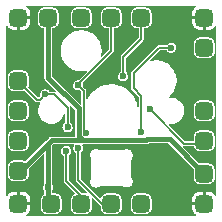
<source format=gbl>
G04 #@! TF.GenerationSoftware,KiCad,Pcbnew,(6.0.5)*
G04 #@! TF.CreationDate,2022-08-26T20:17:22-07:00*
G04 #@! TF.ProjectId,single_switch,73696e67-6c65-45f7-9377-697463682e6b,1*
G04 #@! TF.SameCoordinates,Original*
G04 #@! TF.FileFunction,Copper,L4,Bot*
G04 #@! TF.FilePolarity,Positive*
%FSLAX46Y46*%
G04 Gerber Fmt 4.6, Leading zero omitted, Abs format (unit mm)*
G04 Created by KiCad (PCBNEW (6.0.5)) date 2022-08-26 20:17:22*
%MOMM*%
%LPD*%
G01*
G04 APERTURE LIST*
G04 Aperture macros list*
%AMRoundRect*
0 Rectangle with rounded corners*
0 $1 Rounding radius*
0 $2 $3 $4 $5 $6 $7 $8 $9 X,Y pos of 4 corners*
0 Add a 4 corners polygon primitive as box body*
4,1,4,$2,$3,$4,$5,$6,$7,$8,$9,$2,$3,0*
0 Add four circle primitives for the rounded corners*
1,1,$1+$1,$2,$3*
1,1,$1+$1,$4,$5*
1,1,$1+$1,$6,$7*
1,1,$1+$1,$8,$9*
0 Add four rect primitives between the rounded corners*
20,1,$1+$1,$2,$3,$4,$5,0*
20,1,$1+$1,$4,$5,$6,$7,0*
20,1,$1+$1,$6,$7,$8,$9,0*
20,1,$1+$1,$8,$9,$2,$3,0*%
G04 Aperture macros list end*
G04 #@! TA.AperFunction,ComponentPad*
%ADD10RoundRect,0.375000X-0.375000X-0.375000X0.375000X-0.375000X0.375000X0.375000X-0.375000X0.375000X0*%
G04 #@! TD*
G04 #@! TA.AperFunction,ViaPad*
%ADD11C,0.600000*%
G04 #@! TD*
G04 #@! TA.AperFunction,Conductor*
%ADD12C,0.400000*%
G04 #@! TD*
G04 #@! TA.AperFunction,Conductor*
%ADD13C,0.152400*%
G04 #@! TD*
G04 APERTURE END LIST*
D10*
X106810000Y-123764000D03*
X119764000Y-121224000D03*
X104016000Y-120970000D03*
X114430000Y-108016000D03*
X119764000Y-123764000D03*
X119764000Y-108016000D03*
X104016000Y-123764000D03*
X109350000Y-108016000D03*
X104016000Y-113350000D03*
X106556000Y-108016000D03*
X104016000Y-108016000D03*
X119764000Y-118430000D03*
X119764000Y-115890000D03*
X104016000Y-115890000D03*
X109350000Y-123764000D03*
X111890000Y-108016000D03*
X114430000Y-123764000D03*
X119764000Y-110556000D03*
X111890000Y-123764000D03*
X104016000Y-118430000D03*
D11*
X117900000Y-123800000D03*
X116400000Y-123800000D03*
X106556000Y-122367000D03*
X108842000Y-112842000D03*
X117605000Y-109413000D03*
X103762000Y-110683000D03*
X105667000Y-118176000D03*
X117859000Y-122367000D03*
X113922000Y-111445000D03*
X105413000Y-115763000D03*
X116335000Y-108016000D03*
X107953000Y-109159000D03*
X119764000Y-117160000D03*
X114900000Y-119200000D03*
X103762000Y-111699000D03*
X105667000Y-113350000D03*
X116335000Y-109413000D03*
X113033000Y-109667000D03*
X111890000Y-112080000D03*
X105286000Y-122367000D03*
X103762000Y-109794000D03*
X118367000Y-118176000D03*
X105667000Y-121097000D03*
X116900000Y-119600000D03*
X117224000Y-111699000D03*
X117605000Y-108016000D03*
X116462000Y-122367000D03*
X115192000Y-115763000D03*
X108194043Y-117274043D03*
X108080000Y-119300000D03*
X112906000Y-112969000D03*
X106302000Y-114493000D03*
X116970000Y-110556000D03*
X114430000Y-117668000D03*
X109756537Y-117769463D03*
X109096000Y-113731000D03*
X109096000Y-119065000D03*
D12*
X106556000Y-113096000D02*
X109130026Y-115670026D01*
X109497027Y-118395974D02*
X109696974Y-118395974D01*
X106556000Y-122367000D02*
X106556000Y-118684000D01*
X114938000Y-118303000D02*
X116843000Y-118303000D01*
X106844026Y-118395974D02*
X109696974Y-118395974D01*
X106556000Y-123764000D02*
X106556000Y-122367000D01*
X116843000Y-118303000D02*
X119764000Y-121224000D01*
X106556000Y-118684000D02*
X106810000Y-118430000D01*
X114845026Y-118395974D02*
X114938000Y-118303000D01*
X106810000Y-118430000D02*
X106844026Y-118395974D01*
X104016000Y-121224000D02*
X106810000Y-118430000D01*
X109130026Y-115670026D02*
X109130026Y-118028973D01*
X109696974Y-118395974D02*
X114845026Y-118395974D01*
X106556000Y-108016000D02*
X106556000Y-113096000D01*
X109130026Y-118028973D02*
X109497027Y-118395974D01*
D13*
X109350000Y-123129000D02*
X109350000Y-123764000D01*
X112906000Y-111318000D02*
X114430000Y-109794000D01*
X105826724Y-114968276D02*
X105634276Y-114968276D01*
X108080000Y-121859000D02*
X109350000Y-123129000D01*
X106302000Y-114493000D02*
X107075730Y-114493000D01*
X108080000Y-119300000D02*
X108080000Y-121859000D01*
X118095997Y-118678711D02*
X119515289Y-118678711D01*
X106302000Y-114493000D02*
X105826724Y-114968276D01*
X108194043Y-115611313D02*
X108194043Y-117274043D01*
X119515289Y-118678711D02*
X119764000Y-118430000D01*
X115192000Y-115774714D02*
X118095997Y-118678711D01*
X112906000Y-112969000D02*
X112906000Y-111318000D01*
X105634276Y-114968276D02*
X104016000Y-113350000D01*
X107075730Y-114493000D02*
X108194043Y-115611313D01*
X114430000Y-109794000D02*
X114430000Y-108016000D01*
X115192000Y-115763000D02*
X115192000Y-115774714D01*
X113795000Y-113991597D02*
X113795000Y-112708381D01*
X114430000Y-117668000D02*
X114430000Y-114626597D01*
X113795000Y-112708381D02*
X115947381Y-110556000D01*
X115947381Y-110556000D02*
X116970000Y-110556000D01*
X114430000Y-114626597D02*
X113795000Y-113991597D01*
X109574186Y-114209186D02*
X109574186Y-117587112D01*
X109096000Y-121732000D02*
X111128000Y-123764000D01*
X109096000Y-113610591D02*
X111890000Y-110816591D01*
X111128000Y-123764000D02*
X111890000Y-123764000D01*
X109096000Y-113731000D02*
X109574186Y-114209186D01*
X111890000Y-110816591D02*
X111890000Y-108016000D01*
X109096000Y-121732000D02*
X109096000Y-119065000D01*
X109096000Y-113731000D02*
X109096000Y-113610591D01*
X109574186Y-117587112D02*
X109756537Y-117769463D01*
G04 #@! TA.AperFunction,Conductor*
G36*
X119051277Y-107019296D02*
G01*
X119069583Y-107063490D01*
X119051277Y-107107684D01*
X119038898Y-107117286D01*
X119003804Y-107138041D01*
X118997637Y-107142824D01*
X118890824Y-107249637D01*
X118886041Y-107255804D01*
X118809149Y-107385819D01*
X118806045Y-107392991D01*
X118763699Y-107538751D01*
X118762556Y-107545008D01*
X118760097Y-107576247D01*
X118760000Y-107578723D01*
X118760000Y-107876569D01*
X118763641Y-107885359D01*
X118772431Y-107889000D01*
X119828500Y-107889000D01*
X119872694Y-107907306D01*
X119891000Y-107951500D01*
X119891000Y-109007568D01*
X119894641Y-109016358D01*
X119903431Y-109019999D01*
X120201274Y-109019999D01*
X120203756Y-109019901D01*
X120234994Y-109017444D01*
X120241246Y-109016302D01*
X120387009Y-108973955D01*
X120394181Y-108970851D01*
X120524196Y-108893959D01*
X120530363Y-108889176D01*
X120637176Y-108782363D01*
X120641959Y-108776196D01*
X120662714Y-108741102D01*
X120700967Y-108712381D01*
X120748325Y-108719121D01*
X120777046Y-108757374D01*
X120779010Y-108772917D01*
X120779006Y-114320407D01*
X120779003Y-120609377D01*
X120779001Y-123007067D01*
X120760695Y-123051261D01*
X120716501Y-123069567D01*
X120672307Y-123051261D01*
X120662705Y-123038883D01*
X120641957Y-123003801D01*
X120637176Y-122997637D01*
X120530363Y-122890824D01*
X120524196Y-122886041D01*
X120394181Y-122809149D01*
X120387009Y-122806045D01*
X120241249Y-122763699D01*
X120234992Y-122762556D01*
X120203753Y-122760097D01*
X120201277Y-122760000D01*
X119903431Y-122760000D01*
X119894641Y-122763641D01*
X119891000Y-122772431D01*
X119891000Y-123828500D01*
X119872694Y-123872694D01*
X119828500Y-123891000D01*
X118772432Y-123891000D01*
X118763642Y-123894641D01*
X118760001Y-123903431D01*
X118760001Y-124201274D01*
X118760099Y-124203756D01*
X118762556Y-124234994D01*
X118763698Y-124241246D01*
X118806045Y-124387009D01*
X118809149Y-124394181D01*
X118886041Y-124524196D01*
X118890824Y-124530363D01*
X118997637Y-124637176D01*
X119003804Y-124641959D01*
X119038898Y-124662714D01*
X119067619Y-124700967D01*
X119060879Y-124748325D01*
X119022626Y-124777046D01*
X119007083Y-124779010D01*
X111888140Y-124779005D01*
X104772933Y-124779001D01*
X104728739Y-124760695D01*
X104710433Y-124716501D01*
X104728739Y-124672307D01*
X104741117Y-124662705D01*
X104776199Y-124641957D01*
X104782363Y-124637176D01*
X104889176Y-124530363D01*
X104893959Y-124524196D01*
X104970851Y-124394181D01*
X104973955Y-124387009D01*
X105016301Y-124241249D01*
X105017444Y-124234992D01*
X105019903Y-124203753D01*
X105020000Y-124201277D01*
X105020000Y-123903431D01*
X105016359Y-123894641D01*
X105007569Y-123891000D01*
X103951500Y-123891000D01*
X103907306Y-123872694D01*
X103889000Y-123828500D01*
X103889000Y-123624569D01*
X104143000Y-123624569D01*
X104146641Y-123633359D01*
X104155431Y-123637000D01*
X105007568Y-123637000D01*
X105016358Y-123633359D01*
X105019999Y-123624569D01*
X105019999Y-123326726D01*
X105019901Y-123324244D01*
X105017444Y-123293006D01*
X105016302Y-123286754D01*
X104973955Y-123140991D01*
X104970851Y-123133819D01*
X104893959Y-123003804D01*
X104889176Y-122997637D01*
X104782363Y-122890824D01*
X104776196Y-122886041D01*
X104646181Y-122809149D01*
X104639009Y-122806045D01*
X104493249Y-122763699D01*
X104486992Y-122762556D01*
X104455753Y-122760097D01*
X104453277Y-122760000D01*
X104155431Y-122760000D01*
X104146641Y-122763641D01*
X104143000Y-122772431D01*
X104143000Y-123624569D01*
X103889000Y-123624569D01*
X103889000Y-122772432D01*
X103885359Y-122763642D01*
X103876569Y-122760001D01*
X103578726Y-122760001D01*
X103576244Y-122760099D01*
X103545006Y-122762556D01*
X103538754Y-122763698D01*
X103392991Y-122806045D01*
X103385819Y-122809149D01*
X103255804Y-122886041D01*
X103249637Y-122890824D01*
X103142824Y-122997637D01*
X103138043Y-123003801D01*
X103117285Y-123038900D01*
X103079032Y-123067621D01*
X103031673Y-123060880D01*
X103002952Y-123022627D01*
X103000989Y-123007084D01*
X103000989Y-121392562D01*
X103138500Y-121392562D01*
X103145176Y-121454014D01*
X103146551Y-121457682D01*
X103192703Y-121580793D01*
X103195702Y-121588794D01*
X103282025Y-121703975D01*
X103397206Y-121790298D01*
X103401375Y-121791861D01*
X103401377Y-121791862D01*
X103526115Y-121838623D01*
X103531986Y-121840824D01*
X103593438Y-121847500D01*
X104438562Y-121847500D01*
X104500014Y-121840824D01*
X104505885Y-121838623D01*
X104630623Y-121791862D01*
X104630625Y-121791861D01*
X104634794Y-121790298D01*
X104749975Y-121703975D01*
X104836298Y-121588794D01*
X104839298Y-121580793D01*
X104885449Y-121457682D01*
X104886824Y-121454014D01*
X104893500Y-121392562D01*
X104893500Y-120835542D01*
X104911806Y-120791348D01*
X106121806Y-119581349D01*
X106166000Y-119563043D01*
X106210194Y-119581349D01*
X106228500Y-119625543D01*
X106228500Y-122068320D01*
X106212845Y-122109693D01*
X106197968Y-122126538D01*
X106197966Y-122126541D01*
X106195018Y-122129879D01*
X106193126Y-122133909D01*
X106144868Y-122236695D01*
X106144867Y-122236698D01*
X106142976Y-122240726D01*
X106124136Y-122361724D01*
X106124713Y-122366137D01*
X106124713Y-122366138D01*
X106127954Y-122390920D01*
X106140014Y-122483145D01*
X106189333Y-122595230D01*
X106203273Y-122611813D01*
X106213843Y-122624388D01*
X106228500Y-122664604D01*
X106228500Y-122886968D01*
X106210194Y-122931162D01*
X106196012Y-122941791D01*
X106195379Y-122942138D01*
X106191206Y-122943702D01*
X106076025Y-123030025D01*
X105989702Y-123145206D01*
X105939176Y-123279986D01*
X105932500Y-123341438D01*
X105932500Y-124186562D01*
X105939176Y-124248014D01*
X105989702Y-124382794D01*
X106076025Y-124497975D01*
X106191206Y-124584298D01*
X106195375Y-124585861D01*
X106195377Y-124585862D01*
X106283372Y-124618849D01*
X106325986Y-124634824D01*
X106387438Y-124641500D01*
X107232562Y-124641500D01*
X107294014Y-124634824D01*
X107336628Y-124618849D01*
X107424623Y-124585862D01*
X107424625Y-124585861D01*
X107428794Y-124584298D01*
X107543975Y-124497975D01*
X107630298Y-124382794D01*
X107680824Y-124248014D01*
X107687500Y-124186562D01*
X107687500Y-123341438D01*
X107680824Y-123279986D01*
X107630298Y-123145206D01*
X107543975Y-123030025D01*
X107428794Y-122943702D01*
X107424625Y-122942139D01*
X107424623Y-122942138D01*
X107297682Y-122894551D01*
X107294014Y-122893176D01*
X107232562Y-122886500D01*
X106946000Y-122886500D01*
X106901806Y-122868194D01*
X106883500Y-122824000D01*
X106883500Y-122666358D01*
X106899664Y-122624415D01*
X106899689Y-122624388D01*
X106914058Y-122608513D01*
X106967451Y-122498311D01*
X106970003Y-122483145D01*
X106985427Y-122391461D01*
X106987767Y-122377552D01*
X106987896Y-122367000D01*
X106970536Y-122245781D01*
X106931247Y-122159369D01*
X106921696Y-122138362D01*
X106921695Y-122138360D01*
X106919852Y-122134307D01*
X106898652Y-122109703D01*
X106883500Y-122068906D01*
X106883500Y-118845543D01*
X106901806Y-118801349D01*
X106961375Y-118741780D01*
X107005569Y-118723474D01*
X108688642Y-118723474D01*
X108732836Y-118741780D01*
X108751142Y-118785974D01*
X108738443Y-118819528D01*
X108740410Y-118820820D01*
X108737965Y-118824542D01*
X108735018Y-118827879D01*
X108733126Y-118831909D01*
X108684868Y-118934695D01*
X108684867Y-118934698D01*
X108682976Y-118938726D01*
X108664136Y-119059724D01*
X108664713Y-119064137D01*
X108664713Y-119064138D01*
X108669255Y-119098870D01*
X108680014Y-119181145D01*
X108681807Y-119185220D01*
X108709765Y-119248758D01*
X108729333Y-119293230D01*
X108808127Y-119386968D01*
X108858081Y-119420220D01*
X108864433Y-119424448D01*
X108891078Y-119464175D01*
X108892300Y-119476475D01*
X108892300Y-121686600D01*
X108890928Y-121694647D01*
X108891533Y-121694716D01*
X108890736Y-121701707D01*
X108888404Y-121708348D01*
X108889182Y-121715341D01*
X108889182Y-121715342D01*
X108891917Y-121739915D01*
X108892300Y-121746828D01*
X108892300Y-121754967D01*
X108893080Y-121758387D01*
X108893081Y-121758394D01*
X108894033Y-121762567D01*
X108895214Y-121769552D01*
X108897904Y-121793718D01*
X108897905Y-121793720D01*
X108898683Y-121800713D01*
X108902415Y-121806675D01*
X108904030Y-121811312D01*
X108906165Y-121815748D01*
X108907730Y-121822608D01*
X108912115Y-121828110D01*
X108912115Y-121828111D01*
X108927264Y-121847121D01*
X108931360Y-121852907D01*
X108935594Y-121859670D01*
X108941318Y-121865394D01*
X108946002Y-121870637D01*
X108965647Y-121895290D01*
X108971989Y-121898349D01*
X108977487Y-121902738D01*
X108977138Y-121903175D01*
X108983896Y-121907972D01*
X109860068Y-122784144D01*
X109878374Y-122828338D01*
X109860068Y-122872532D01*
X109815874Y-122890838D01*
X109809124Y-122890472D01*
X109808296Y-122890382D01*
X109772562Y-122886500D01*
X109421464Y-122886500D01*
X109377270Y-122868194D01*
X108302006Y-121792930D01*
X108283700Y-121748736D01*
X108283700Y-119711586D01*
X108302006Y-119667392D01*
X108313497Y-119658325D01*
X108352083Y-119634633D01*
X108355881Y-119632301D01*
X108438058Y-119541513D01*
X108491451Y-119431311D01*
X108494003Y-119416145D01*
X108511367Y-119312928D01*
X108511767Y-119310552D01*
X108511896Y-119300000D01*
X108494536Y-119178781D01*
X108443852Y-119067307D01*
X108363918Y-118974539D01*
X108261160Y-118907935D01*
X108143838Y-118872848D01*
X108082611Y-118872474D01*
X108025838Y-118872127D01*
X108025837Y-118872127D01*
X108021385Y-118872100D01*
X107903644Y-118905751D01*
X107800080Y-118971095D01*
X107797137Y-118974427D01*
X107797135Y-118974429D01*
X107728310Y-119052358D01*
X107719018Y-119062879D01*
X107717126Y-119066909D01*
X107668868Y-119169695D01*
X107668867Y-119169698D01*
X107666976Y-119173726D01*
X107648136Y-119294724D01*
X107648713Y-119299137D01*
X107648713Y-119299138D01*
X107653255Y-119333870D01*
X107664014Y-119416145D01*
X107665807Y-119420220D01*
X107680206Y-119452943D01*
X107713333Y-119528230D01*
X107727272Y-119544813D01*
X107762403Y-119586606D01*
X107792127Y-119621968D01*
X107846746Y-119658325D01*
X107848433Y-119659448D01*
X107875078Y-119699175D01*
X107876300Y-119711475D01*
X107876300Y-121813600D01*
X107874928Y-121821647D01*
X107875533Y-121821716D01*
X107874736Y-121828707D01*
X107872404Y-121835348D01*
X107873182Y-121842341D01*
X107873182Y-121842342D01*
X107875917Y-121866915D01*
X107876300Y-121873828D01*
X107876300Y-121881967D01*
X107877080Y-121885387D01*
X107877081Y-121885394D01*
X107878033Y-121889567D01*
X107879214Y-121896552D01*
X107881904Y-121920718D01*
X107881905Y-121920720D01*
X107882683Y-121927713D01*
X107886415Y-121933675D01*
X107888030Y-121938312D01*
X107890165Y-121942748D01*
X107891730Y-121949608D01*
X107896115Y-121955110D01*
X107896115Y-121955111D01*
X107911264Y-121974121D01*
X107915360Y-121979907D01*
X107919594Y-121986670D01*
X107925318Y-121992394D01*
X107930002Y-121997637D01*
X107949647Y-122022290D01*
X107955989Y-122025349D01*
X107961487Y-122029738D01*
X107961138Y-122030175D01*
X107967896Y-122034972D01*
X108768334Y-122835410D01*
X108786640Y-122879604D01*
X108768334Y-122923798D01*
X108746080Y-122938126D01*
X108731206Y-122943702D01*
X108616025Y-123030025D01*
X108529702Y-123145206D01*
X108479176Y-123279986D01*
X108472500Y-123341438D01*
X108472500Y-124186562D01*
X108479176Y-124248014D01*
X108529702Y-124382794D01*
X108616025Y-124497975D01*
X108731206Y-124584298D01*
X108735375Y-124585861D01*
X108735377Y-124585862D01*
X108823372Y-124618849D01*
X108865986Y-124634824D01*
X108927438Y-124641500D01*
X109772562Y-124641500D01*
X109834014Y-124634824D01*
X109876628Y-124618849D01*
X109964623Y-124585862D01*
X109964625Y-124585861D01*
X109968794Y-124584298D01*
X110083975Y-124497975D01*
X110170298Y-124382794D01*
X110220824Y-124248014D01*
X110227500Y-124186562D01*
X110227500Y-123341438D01*
X110223528Y-123304876D01*
X110236953Y-123258963D01*
X110278912Y-123235992D01*
X110324825Y-123249417D01*
X110329856Y-123253932D01*
X110951859Y-123875935D01*
X110956579Y-123882594D01*
X110957055Y-123882215D01*
X110961436Y-123887723D01*
X110964483Y-123894068D01*
X110969980Y-123898464D01*
X110989035Y-123913703D01*
X111012117Y-123955602D01*
X111012500Y-123962514D01*
X111012500Y-124186562D01*
X111019176Y-124248014D01*
X111069702Y-124382794D01*
X111156025Y-124497975D01*
X111271206Y-124584298D01*
X111275375Y-124585861D01*
X111275377Y-124585862D01*
X111363372Y-124618849D01*
X111405986Y-124634824D01*
X111467438Y-124641500D01*
X112312562Y-124641500D01*
X112374014Y-124634824D01*
X112416628Y-124618849D01*
X112504623Y-124585862D01*
X112504625Y-124585861D01*
X112508794Y-124584298D01*
X112623975Y-124497975D01*
X112710298Y-124382794D01*
X112760824Y-124248014D01*
X112767500Y-124186562D01*
X113552500Y-124186562D01*
X113559176Y-124248014D01*
X113609702Y-124382794D01*
X113696025Y-124497975D01*
X113811206Y-124584298D01*
X113815375Y-124585861D01*
X113815377Y-124585862D01*
X113903372Y-124618849D01*
X113945986Y-124634824D01*
X114007438Y-124641500D01*
X114852562Y-124641500D01*
X114914014Y-124634824D01*
X114956628Y-124618849D01*
X115044623Y-124585862D01*
X115044625Y-124585861D01*
X115048794Y-124584298D01*
X115163975Y-124497975D01*
X115250298Y-124382794D01*
X115300824Y-124248014D01*
X115307500Y-124186562D01*
X115307500Y-123624569D01*
X118760000Y-123624569D01*
X118763641Y-123633359D01*
X118772431Y-123637000D01*
X119624569Y-123637000D01*
X119633359Y-123633359D01*
X119637000Y-123624569D01*
X119637000Y-122772432D01*
X119633359Y-122763642D01*
X119624569Y-122760001D01*
X119326726Y-122760001D01*
X119324244Y-122760099D01*
X119293006Y-122762556D01*
X119286754Y-122763698D01*
X119140991Y-122806045D01*
X119133819Y-122809149D01*
X119003804Y-122886041D01*
X118997637Y-122890824D01*
X118890824Y-122997637D01*
X118886041Y-123003804D01*
X118809149Y-123133819D01*
X118806045Y-123140991D01*
X118763699Y-123286751D01*
X118762556Y-123293008D01*
X118760097Y-123324247D01*
X118760000Y-123326723D01*
X118760000Y-123624569D01*
X115307500Y-123624569D01*
X115307500Y-123341438D01*
X115300824Y-123279986D01*
X115250298Y-123145206D01*
X115163975Y-123030025D01*
X115048794Y-122943702D01*
X115044625Y-122942139D01*
X115044623Y-122942138D01*
X114917682Y-122894551D01*
X114914014Y-122893176D01*
X114852562Y-122886500D01*
X114007438Y-122886500D01*
X113945986Y-122893176D01*
X113942318Y-122894551D01*
X113815377Y-122942138D01*
X113815375Y-122942139D01*
X113811206Y-122943702D01*
X113696025Y-123030025D01*
X113609702Y-123145206D01*
X113559176Y-123279986D01*
X113552500Y-123341438D01*
X113552500Y-124186562D01*
X112767500Y-124186562D01*
X112767500Y-123341438D01*
X112760824Y-123279986D01*
X112710298Y-123145206D01*
X112623975Y-123030025D01*
X112508794Y-122943702D01*
X112504625Y-122942139D01*
X112504623Y-122942138D01*
X112377682Y-122894551D01*
X112374014Y-122893176D01*
X112312562Y-122886500D01*
X111467438Y-122886500D01*
X111405986Y-122893176D01*
X111402318Y-122894551D01*
X111275377Y-122942138D01*
X111275375Y-122942139D01*
X111271206Y-122943702D01*
X111156025Y-123030025D01*
X111069702Y-123145206D01*
X111068139Y-123149375D01*
X111068138Y-123149377D01*
X111029498Y-123252450D01*
X110996843Y-123287406D01*
X110949036Y-123289034D01*
X110926781Y-123274705D01*
X109569454Y-121917378D01*
X110096944Y-121917378D01*
X110097691Y-121921294D01*
X110097691Y-121921297D01*
X110119365Y-122034972D01*
X110120981Y-122043450D01*
X110176023Y-122159391D01*
X110178582Y-122162442D01*
X110178584Y-122162444D01*
X110255929Y-122254630D01*
X110258515Y-122257712D01*
X110261764Y-122260021D01*
X110359880Y-122329755D01*
X110359882Y-122329756D01*
X110363128Y-122332063D01*
X110429632Y-122357327D01*
X110479377Y-122376225D01*
X110479379Y-122376225D01*
X110483105Y-122377641D01*
X110487068Y-122378072D01*
X110487070Y-122378072D01*
X110529472Y-122382678D01*
X110610698Y-122391502D01*
X110614638Y-122390920D01*
X110614642Y-122390920D01*
X110697103Y-122378741D01*
X110737664Y-122372751D01*
X110855802Y-122322600D01*
X110854553Y-122320462D01*
X110861497Y-122315531D01*
X110872977Y-122310118D01*
X110875433Y-122309025D01*
X110950445Y-122277609D01*
X110958255Y-122274931D01*
X110993071Y-122265508D01*
X111001160Y-122263882D01*
X111081270Y-122253228D01*
X111084013Y-122252925D01*
X111103089Y-122251241D01*
X111108585Y-122250999D01*
X112691701Y-122250999D01*
X112697196Y-122251241D01*
X112715436Y-122252851D01*
X112718166Y-122253152D01*
X112799028Y-122263906D01*
X112807107Y-122265530D01*
X112816239Y-122268001D01*
X112841575Y-122274859D01*
X112849389Y-122277540D01*
X112925038Y-122309222D01*
X112927553Y-122310340D01*
X112934500Y-122313616D01*
X112944643Y-122321836D01*
X112944218Y-122322564D01*
X113062347Y-122372712D01*
X113101751Y-122378531D01*
X113185359Y-122390879D01*
X113185363Y-122390879D01*
X113189303Y-122391461D01*
X113270810Y-122382606D01*
X113312920Y-122378032D01*
X113312922Y-122378032D01*
X113316885Y-122377601D01*
X113320611Y-122376185D01*
X113320613Y-122376185D01*
X113370253Y-122357327D01*
X113436852Y-122332027D01*
X113440098Y-122329720D01*
X113440100Y-122329719D01*
X113538208Y-122259991D01*
X113541457Y-122257682D01*
X113545120Y-122253316D01*
X113621381Y-122162422D01*
X113621383Y-122162420D01*
X113623942Y-122159369D01*
X113678980Y-122043437D01*
X113691093Y-121979908D01*
X113702268Y-121921294D01*
X113702268Y-121921292D01*
X113703015Y-121917375D01*
X113697558Y-121835348D01*
X113694761Y-121793303D01*
X113694760Y-121793300D01*
X113694496Y-121789326D01*
X113667547Y-121708348D01*
X113657707Y-121678781D01*
X113657706Y-121678780D01*
X113653972Y-121667559D01*
X113651608Y-121668698D01*
X113647472Y-121661860D01*
X113641096Y-121645613D01*
X113640313Y-121643501D01*
X113620728Y-121587512D01*
X113618793Y-121580793D01*
X113610923Y-121546312D01*
X113609749Y-121539401D01*
X113603071Y-121480120D01*
X113602853Y-121477797D01*
X113601174Y-121455404D01*
X113601078Y-121452849D01*
X113601081Y-121452843D01*
X113601078Y-121452835D01*
X113600999Y-121450731D01*
X113600999Y-120049505D01*
X113601174Y-120044829D01*
X113602907Y-120021731D01*
X113603125Y-120019412D01*
X113609731Y-119960755D01*
X113610905Y-119953842D01*
X113618844Y-119919061D01*
X113620782Y-119912333D01*
X113621049Y-119911570D01*
X113640158Y-119856941D01*
X113640954Y-119854795D01*
X113645824Y-119842384D01*
X113653048Y-119831996D01*
X113654009Y-119832459D01*
X113694536Y-119710683D01*
X113694802Y-119706697D01*
X113702791Y-119586604D01*
X113703056Y-119582623D01*
X113693335Y-119531637D01*
X113679767Y-119460473D01*
X113679766Y-119460471D01*
X113679019Y-119456551D01*
X113623977Y-119340610D01*
X113598759Y-119310552D01*
X113544046Y-119245341D01*
X113544044Y-119245340D01*
X113541485Y-119242289D01*
X113482431Y-119200318D01*
X113440120Y-119170246D01*
X113440118Y-119170245D01*
X113436872Y-119167938D01*
X113333971Y-119128847D01*
X113320623Y-119123776D01*
X113320621Y-119123776D01*
X113316895Y-119122360D01*
X113312930Y-119121929D01*
X113312929Y-119121929D01*
X113287011Y-119119113D01*
X113189302Y-119108498D01*
X113185362Y-119109080D01*
X113185358Y-119109080D01*
X113102897Y-119121259D01*
X113062336Y-119127249D01*
X112944198Y-119177400D01*
X112945447Y-119179539D01*
X112938506Y-119184467D01*
X112927011Y-119189888D01*
X112924563Y-119190977D01*
X112849590Y-119222376D01*
X112849552Y-119222392D01*
X112841743Y-119225070D01*
X112812228Y-119233059D01*
X112806933Y-119234492D01*
X112798845Y-119236117D01*
X112718711Y-119246774D01*
X112715972Y-119247077D01*
X112696922Y-119248758D01*
X112691429Y-119249000D01*
X111108303Y-119249000D01*
X111102797Y-119248757D01*
X111084449Y-119247134D01*
X111081758Y-119246836D01*
X111001143Y-119236116D01*
X110993044Y-119234487D01*
X110958213Y-119225053D01*
X110950413Y-119222377D01*
X110875939Y-119191189D01*
X110873437Y-119190074D01*
X110865434Y-119186299D01*
X110855371Y-119178141D01*
X110855783Y-119177436D01*
X110737653Y-119127289D01*
X110733713Y-119126707D01*
X110733709Y-119126706D01*
X110614641Y-119109121D01*
X110614638Y-119109121D01*
X110610698Y-119108539D01*
X110529191Y-119117394D01*
X110487081Y-119121968D01*
X110487079Y-119121968D01*
X110483116Y-119122399D01*
X110479390Y-119123815D01*
X110479388Y-119123815D01*
X110467803Y-119128216D01*
X110363148Y-119167973D01*
X110359902Y-119170280D01*
X110359900Y-119170281D01*
X110323276Y-119196311D01*
X110258543Y-119242318D01*
X110255984Y-119245369D01*
X110255982Y-119245370D01*
X110199301Y-119312928D01*
X110176058Y-119340631D01*
X110121020Y-119456563D01*
X110120273Y-119460483D01*
X110120272Y-119460485D01*
X110097732Y-119578706D01*
X110096985Y-119582625D01*
X110105504Y-119710674D01*
X110146028Y-119832441D01*
X110148391Y-119831303D01*
X110152532Y-119838152D01*
X110158944Y-119854499D01*
X110159753Y-119856679D01*
X110179216Y-119912301D01*
X110181156Y-119919035D01*
X110189098Y-119953842D01*
X110189109Y-119953891D01*
X110190283Y-119960805D01*
X110196870Y-120019342D01*
X110197087Y-120021657D01*
X110198826Y-120044846D01*
X110199001Y-120049520D01*
X110199001Y-121450499D01*
X110198826Y-121455171D01*
X110197103Y-121478155D01*
X110196885Y-121480483D01*
X110190248Y-121539368D01*
X110189076Y-121546269D01*
X110181203Y-121580781D01*
X110179264Y-121587512D01*
X110159615Y-121643698D01*
X110158805Y-121645882D01*
X110154225Y-121657562D01*
X110146963Y-121668009D01*
X110145991Y-121667541D01*
X110105464Y-121789318D01*
X110105200Y-121793292D01*
X110105199Y-121793295D01*
X110100301Y-121866915D01*
X110096944Y-121917378D01*
X109569454Y-121917378D01*
X109318006Y-121665930D01*
X109299700Y-121621736D01*
X109299700Y-119476586D01*
X109318006Y-119432392D01*
X109329497Y-119423325D01*
X109368083Y-119399633D01*
X109371881Y-119397301D01*
X109454058Y-119306513D01*
X109507451Y-119196311D01*
X109508349Y-119190977D01*
X109527367Y-119077928D01*
X109527767Y-119075552D01*
X109527896Y-119065000D01*
X109510536Y-118943781D01*
X109476770Y-118869516D01*
X109461696Y-118836362D01*
X109461695Y-118836360D01*
X109459852Y-118832307D01*
X109455896Y-118827716D01*
X109455609Y-118826845D01*
X109454547Y-118825184D01*
X109454972Y-118824912D01*
X109440917Y-118782288D01*
X109462447Y-118739572D01*
X109497795Y-118724658D01*
X109504127Y-118724104D01*
X109508606Y-118723712D01*
X109514052Y-118723474D01*
X114828001Y-118723474D01*
X114833449Y-118723712D01*
X114874010Y-118727261D01*
X114913343Y-118716722D01*
X114918665Y-118715542D01*
X114953379Y-118709421D01*
X114953380Y-118709420D01*
X114958765Y-118708471D01*
X114964314Y-118705267D01*
X114979382Y-118699026D01*
X114980289Y-118698783D01*
X114980290Y-118698783D01*
X114985569Y-118697368D01*
X114990045Y-118694234D01*
X114990047Y-118694233D01*
X115018919Y-118674016D01*
X115023518Y-118671086D01*
X115054052Y-118653457D01*
X115054051Y-118653457D01*
X115058786Y-118650724D01*
X115062300Y-118646536D01*
X115063984Y-118645123D01*
X115104159Y-118630500D01*
X116681458Y-118630500D01*
X116725652Y-118648806D01*
X118868194Y-120791349D01*
X118886500Y-120835542D01*
X118886500Y-121646562D01*
X118893176Y-121708014D01*
X118894551Y-121711682D01*
X118940911Y-121835348D01*
X118943702Y-121842794D01*
X119030025Y-121957975D01*
X119145206Y-122044298D01*
X119149375Y-122045861D01*
X119149377Y-122045862D01*
X119276318Y-122093449D01*
X119279986Y-122094824D01*
X119341438Y-122101500D01*
X120186562Y-122101500D01*
X120248014Y-122094824D01*
X120251682Y-122093449D01*
X120378623Y-122045862D01*
X120378625Y-122045861D01*
X120382794Y-122044298D01*
X120497975Y-121957975D01*
X120584298Y-121842794D01*
X120587090Y-121835348D01*
X120633449Y-121711682D01*
X120634824Y-121708014D01*
X120641500Y-121646562D01*
X120641500Y-120801438D01*
X120634824Y-120739986D01*
X120584298Y-120605206D01*
X120497975Y-120490025D01*
X120382794Y-120403702D01*
X120378625Y-120402139D01*
X120378623Y-120402138D01*
X120251682Y-120354551D01*
X120248014Y-120353176D01*
X120186562Y-120346500D01*
X119375543Y-120346500D01*
X119331349Y-120328194D01*
X117986588Y-118983433D01*
X117968282Y-118939240D01*
X117986588Y-118895046D01*
X118030782Y-118876740D01*
X118037788Y-118877134D01*
X118058104Y-118879431D01*
X118065074Y-118880623D01*
X118069404Y-118881619D01*
X118069407Y-118881619D01*
X118072849Y-118882411D01*
X118080944Y-118882411D01*
X118087965Y-118882807D01*
X118119287Y-118886348D01*
X118125932Y-118884027D01*
X118132927Y-118883243D01*
X118132989Y-118883796D01*
X118141161Y-118882411D01*
X118838011Y-118882411D01*
X118882205Y-118900717D01*
X118896534Y-118922972D01*
X118917131Y-118977914D01*
X118943702Y-119048794D01*
X118946373Y-119052358D01*
X118954059Y-119062613D01*
X119030025Y-119163975D01*
X119033585Y-119166643D01*
X119138631Y-119245370D01*
X119145206Y-119250298D01*
X119149375Y-119251861D01*
X119149377Y-119251862D01*
X119276318Y-119299449D01*
X119279986Y-119300824D01*
X119341438Y-119307500D01*
X120186562Y-119307500D01*
X120248014Y-119300824D01*
X120251682Y-119299449D01*
X120378623Y-119251862D01*
X120378625Y-119251861D01*
X120382794Y-119250298D01*
X120389370Y-119245370D01*
X120494415Y-119166643D01*
X120497975Y-119163975D01*
X120573941Y-119062613D01*
X120581627Y-119052358D01*
X120584298Y-119048794D01*
X120610870Y-118977914D01*
X120633449Y-118917682D01*
X120634824Y-118914014D01*
X120641500Y-118852562D01*
X120641500Y-118007438D01*
X120634824Y-117945986D01*
X120615716Y-117895015D01*
X120585862Y-117815377D01*
X120585861Y-117815375D01*
X120584298Y-117811206D01*
X120553014Y-117769463D01*
X120500643Y-117699585D01*
X120497975Y-117696025D01*
X120382794Y-117609702D01*
X120378625Y-117608139D01*
X120378623Y-117608138D01*
X120251682Y-117560551D01*
X120248014Y-117559176D01*
X120186562Y-117552500D01*
X119341438Y-117552500D01*
X119279986Y-117559176D01*
X119276318Y-117560551D01*
X119149377Y-117608138D01*
X119149375Y-117608139D01*
X119145206Y-117609702D01*
X119030025Y-117696025D01*
X119027357Y-117699585D01*
X118974987Y-117769463D01*
X118943702Y-117811206D01*
X118942139Y-117815375D01*
X118942138Y-117815377D01*
X118912284Y-117895015D01*
X118893176Y-117945986D01*
X118886500Y-118007438D01*
X118886500Y-118412511D01*
X118868194Y-118456705D01*
X118824000Y-118475011D01*
X118206261Y-118475011D01*
X118162067Y-118456705D01*
X116799944Y-117094582D01*
X116781638Y-117050388D01*
X116799944Y-117006194D01*
X116844138Y-116987888D01*
X116856116Y-116989047D01*
X116859904Y-116989787D01*
X116859912Y-116989788D01*
X116862119Y-116990219D01*
X116867640Y-116990489D01*
X117022466Y-116990489D01*
X117179043Y-116975550D01*
X117297230Y-116940878D01*
X117377697Y-116917272D01*
X117377699Y-116917271D01*
X117380546Y-116916436D01*
X117383180Y-116915079D01*
X117383186Y-116915077D01*
X117564590Y-116821647D01*
X117564592Y-116821646D01*
X117567236Y-116820284D01*
X117732376Y-116690565D01*
X117734320Y-116688325D01*
X117734324Y-116688321D01*
X117868055Y-116534209D01*
X117870007Y-116531960D01*
X117921187Y-116443493D01*
X117973672Y-116352768D01*
X117973674Y-116352765D01*
X117975163Y-116350190D01*
X117976138Y-116347383D01*
X117976140Y-116347378D01*
X117988230Y-116312562D01*
X118886500Y-116312562D01*
X118893176Y-116374014D01*
X118943702Y-116508794D01*
X119030025Y-116623975D01*
X119145206Y-116710298D01*
X119149375Y-116711861D01*
X119149377Y-116711862D01*
X119276318Y-116759449D01*
X119279986Y-116760824D01*
X119341438Y-116767500D01*
X120186562Y-116767500D01*
X120248014Y-116760824D01*
X120251682Y-116759449D01*
X120378623Y-116711862D01*
X120378625Y-116711861D01*
X120382794Y-116710298D01*
X120497975Y-116623975D01*
X120584298Y-116508794D01*
X120634824Y-116374014D01*
X120641500Y-116312562D01*
X120641500Y-115467438D01*
X120634824Y-115405986D01*
X120621206Y-115369660D01*
X120585862Y-115275377D01*
X120585861Y-115275375D01*
X120584298Y-115271206D01*
X120497975Y-115156025D01*
X120407041Y-115087874D01*
X120386358Y-115072373D01*
X120382794Y-115069702D01*
X120378625Y-115068139D01*
X120378623Y-115068138D01*
X120251682Y-115020551D01*
X120248014Y-115019176D01*
X120186562Y-115012500D01*
X119341438Y-115012500D01*
X119279986Y-115019176D01*
X119276318Y-115020551D01*
X119149377Y-115068138D01*
X119149375Y-115068139D01*
X119145206Y-115069702D01*
X119141642Y-115072373D01*
X119120959Y-115087874D01*
X119030025Y-115156025D01*
X118943702Y-115271206D01*
X118942139Y-115275375D01*
X118942138Y-115275377D01*
X118906794Y-115369660D01*
X118893176Y-115405986D01*
X118886500Y-115467438D01*
X118886500Y-116312562D01*
X117988230Y-116312562D01*
X118043072Y-116154632D01*
X118043073Y-116154630D01*
X118044050Y-116151815D01*
X118074183Y-115943993D01*
X118073088Y-115920331D01*
X118064612Y-115737193D01*
X118064611Y-115737188D01*
X118064474Y-115734222D01*
X118043227Y-115646059D01*
X118015972Y-115532971D01*
X118015972Y-115532970D01*
X118015273Y-115530071D01*
X117928357Y-115338908D01*
X117806860Y-115167629D01*
X117804717Y-115165578D01*
X117804714Y-115165574D01*
X117722102Y-115086491D01*
X117655166Y-115022414D01*
X117478751Y-114908504D01*
X117283978Y-114830008D01*
X117077875Y-114789759D01*
X117072354Y-114789489D01*
X116917528Y-114789489D01*
X116836919Y-114797180D01*
X116791186Y-114783155D01*
X116768766Y-114740899D01*
X116782791Y-114695166D01*
X116791523Y-114686495D01*
X116889407Y-114606805D01*
X116889408Y-114606804D01*
X116891248Y-114605306D01*
X117067422Y-114410672D01*
X117093548Y-114371126D01*
X117210820Y-114193610D01*
X117212128Y-114191630D01*
X117322037Y-113953220D01*
X117322690Y-113950951D01*
X117322692Y-113950945D01*
X117386653Y-113728613D01*
X117394618Y-113700928D01*
X117399315Y-113664520D01*
X117427899Y-113442916D01*
X117428203Y-113440560D01*
X117422875Y-113214471D01*
X117422074Y-113180480D01*
X117422074Y-113180479D01*
X117422018Y-113178108D01*
X117419574Y-113164316D01*
X117376620Y-112921946D01*
X117376619Y-112921942D01*
X117376206Y-112919612D01*
X117358003Y-112865986D01*
X117292582Y-112673263D01*
X117292581Y-112673260D01*
X117291820Y-112671019D01*
X117249832Y-112590188D01*
X117171900Y-112440162D01*
X117171897Y-112440158D01*
X117170803Y-112438051D01*
X117015939Y-112226068D01*
X116908778Y-112118345D01*
X116832467Y-112041633D01*
X116832461Y-112041628D01*
X116830792Y-112039950D01*
X116619624Y-111883978D01*
X116387292Y-111761743D01*
X116385056Y-111760971D01*
X116385054Y-111760970D01*
X116204435Y-111698602D01*
X116139145Y-111676057D01*
X116094388Y-111667883D01*
X115882871Y-111629252D01*
X115882864Y-111629251D01*
X115880892Y-111628891D01*
X115796894Y-111624489D01*
X115633240Y-111624489D01*
X115632057Y-111624579D01*
X115440593Y-111639143D01*
X115440592Y-111639143D01*
X115438228Y-111639323D01*
X115435920Y-111639858D01*
X115279749Y-111676057D01*
X115278497Y-111676347D01*
X115231310Y-111668493D01*
X115203498Y-111629574D01*
X115211352Y-111582387D01*
X115220190Y-111571267D01*
X116013450Y-110778006D01*
X116057644Y-110759700D01*
X116554092Y-110759700D01*
X116598286Y-110778006D01*
X116603270Y-110784283D01*
X116603333Y-110784230D01*
X116649993Y-110839739D01*
X116682127Y-110877968D01*
X116685832Y-110880434D01*
X116685834Y-110880436D01*
X116726534Y-110907528D01*
X116784064Y-110945823D01*
X116900948Y-110982340D01*
X116905398Y-110982422D01*
X116905401Y-110982422D01*
X116955074Y-110983332D01*
X117023383Y-110984584D01*
X117045471Y-110978562D01*
X118886500Y-110978562D01*
X118893176Y-111040014D01*
X118894551Y-111043682D01*
X118938149Y-111159980D01*
X118943702Y-111174794D01*
X119030025Y-111289975D01*
X119145206Y-111376298D01*
X119149375Y-111377861D01*
X119149377Y-111377862D01*
X119276318Y-111425449D01*
X119279986Y-111426824D01*
X119341438Y-111433500D01*
X120186562Y-111433500D01*
X120248014Y-111426824D01*
X120251682Y-111425449D01*
X120378623Y-111377862D01*
X120378625Y-111377861D01*
X120382794Y-111376298D01*
X120497975Y-111289975D01*
X120584298Y-111174794D01*
X120589852Y-111159980D01*
X120633449Y-111043682D01*
X120634824Y-111040014D01*
X120641500Y-110978562D01*
X120641500Y-110133438D01*
X120634824Y-110071986D01*
X120596645Y-109970142D01*
X120585862Y-109941377D01*
X120585861Y-109941375D01*
X120584298Y-109937206D01*
X120497975Y-109822025D01*
X120400319Y-109748836D01*
X120386358Y-109738373D01*
X120382794Y-109735702D01*
X120378625Y-109734139D01*
X120378623Y-109734138D01*
X120251682Y-109686551D01*
X120248014Y-109685176D01*
X120186562Y-109678500D01*
X119341438Y-109678500D01*
X119279986Y-109685176D01*
X119276318Y-109686551D01*
X119149377Y-109734138D01*
X119149375Y-109734139D01*
X119145206Y-109735702D01*
X119141642Y-109738373D01*
X119127681Y-109748836D01*
X119030025Y-109822025D01*
X118943702Y-109937206D01*
X118942139Y-109941375D01*
X118942138Y-109941377D01*
X118931355Y-109970142D01*
X118893176Y-110071986D01*
X118886500Y-110133438D01*
X118886500Y-110978562D01*
X117045471Y-110978562D01*
X117076088Y-110970215D01*
X117137226Y-110953548D01*
X117137229Y-110953547D01*
X117141527Y-110952375D01*
X117145323Y-110950044D01*
X117145326Y-110950043D01*
X117242083Y-110890633D01*
X117245881Y-110888301D01*
X117328058Y-110797513D01*
X117381451Y-110687311D01*
X117401767Y-110566552D01*
X117401896Y-110556000D01*
X117384536Y-110434781D01*
X117352368Y-110364030D01*
X117335696Y-110327362D01*
X117335695Y-110327360D01*
X117333852Y-110323307D01*
X117253918Y-110230539D01*
X117151160Y-110163935D01*
X117033838Y-110128848D01*
X116972611Y-110128474D01*
X116915838Y-110128127D01*
X116915837Y-110128127D01*
X116911385Y-110128100D01*
X116793644Y-110161751D01*
X116690080Y-110227095D01*
X116687137Y-110230427D01*
X116687135Y-110230429D01*
X116611963Y-110315544D01*
X116609018Y-110318879D01*
X116607128Y-110322905D01*
X116606333Y-110324115D01*
X116566769Y-110351002D01*
X116554096Y-110352300D01*
X115992781Y-110352300D01*
X115984734Y-110350928D01*
X115984665Y-110351533D01*
X115977674Y-110350736D01*
X115971033Y-110348404D01*
X115964040Y-110349182D01*
X115964039Y-110349182D01*
X115939466Y-110351917D01*
X115932553Y-110352300D01*
X115924414Y-110352300D01*
X115920994Y-110353080D01*
X115920987Y-110353081D01*
X115916814Y-110354033D01*
X115909829Y-110355214D01*
X115885663Y-110357904D01*
X115885661Y-110357905D01*
X115878668Y-110358683D01*
X115872706Y-110362415D01*
X115868069Y-110364030D01*
X115863633Y-110366165D01*
X115856773Y-110367730D01*
X115851271Y-110372115D01*
X115851270Y-110372115D01*
X115832258Y-110387265D01*
X115826474Y-110391360D01*
X115822713Y-110393715D01*
X115822709Y-110393718D01*
X115819711Y-110395595D01*
X115813992Y-110401314D01*
X115808749Y-110405998D01*
X115784091Y-110425647D01*
X115781032Y-110431989D01*
X115776643Y-110437487D01*
X115776207Y-110437139D01*
X115771408Y-110443898D01*
X113683065Y-112532240D01*
X113676406Y-112536960D01*
X113676785Y-112537436D01*
X113671277Y-112541817D01*
X113664932Y-112544864D01*
X113660536Y-112550361D01*
X113645098Y-112569665D01*
X113640481Y-112574824D01*
X113634722Y-112580583D01*
X113630569Y-112587190D01*
X113626479Y-112592946D01*
X113606888Y-112617444D01*
X113605311Y-112624302D01*
X113603177Y-112628717D01*
X113601550Y-112633362D01*
X113597803Y-112639324D01*
X113594280Y-112670488D01*
X113593088Y-112677458D01*
X113591300Y-112685233D01*
X113591300Y-112693328D01*
X113590904Y-112700349D01*
X113587363Y-112731671D01*
X113589684Y-112738316D01*
X113590468Y-112745311D01*
X113589915Y-112745373D01*
X113591300Y-112753545D01*
X113591300Y-113946197D01*
X113589928Y-113954244D01*
X113590533Y-113954313D01*
X113589736Y-113961304D01*
X113587404Y-113967945D01*
X113588182Y-113974938D01*
X113588182Y-113974939D01*
X113590917Y-113999512D01*
X113591300Y-114006425D01*
X113591300Y-114014564D01*
X113592080Y-114017984D01*
X113592081Y-114017991D01*
X113593033Y-114022164D01*
X113594214Y-114029149D01*
X113596904Y-114053315D01*
X113596905Y-114053317D01*
X113597683Y-114060310D01*
X113601415Y-114066272D01*
X113603030Y-114070909D01*
X113605165Y-114075345D01*
X113606730Y-114082205D01*
X113611115Y-114087707D01*
X113611115Y-114087708D01*
X113626264Y-114106718D01*
X113630360Y-114112504D01*
X113634594Y-114119267D01*
X113640318Y-114124991D01*
X113645002Y-114130234D01*
X113664647Y-114154887D01*
X113670989Y-114157946D01*
X113676487Y-114162335D01*
X113676138Y-114162772D01*
X113682896Y-114167569D01*
X114207994Y-114692666D01*
X114226300Y-114736860D01*
X114226300Y-115504343D01*
X114207994Y-115548537D01*
X114163800Y-115566843D01*
X114119606Y-115548537D01*
X114102805Y-115517977D01*
X114044689Y-115257984D01*
X114044237Y-115255962D01*
X114043524Y-115254025D01*
X114043522Y-115254017D01*
X113942174Y-114978561D01*
X113942171Y-114978555D01*
X113941459Y-114976619D01*
X113898868Y-114895838D01*
X113803607Y-114715159D01*
X113803603Y-114715153D01*
X113802639Y-114713324D01*
X113630216Y-114470701D01*
X113490065Y-114320407D01*
X113428632Y-114254528D01*
X113428630Y-114254526D01*
X113427219Y-114253013D01*
X113425625Y-114251704D01*
X113425619Y-114251698D01*
X113205015Y-114070493D01*
X113197215Y-114064086D01*
X113093068Y-113999512D01*
X112946012Y-113908332D01*
X112946005Y-113908328D01*
X112944245Y-113907237D01*
X112942355Y-113906388D01*
X112942352Y-113906386D01*
X112674642Y-113786073D01*
X112674637Y-113786071D01*
X112672752Y-113785224D01*
X112387507Y-113700189D01*
X112385465Y-113699866D01*
X112385458Y-113699864D01*
X112095236Y-113653897D01*
X112095228Y-113653896D01*
X112093522Y-113653626D01*
X112091791Y-113653547D01*
X112091787Y-113653547D01*
X112064033Y-113652287D01*
X112000436Y-113649399D01*
X111814491Y-113649399D01*
X111813473Y-113649467D01*
X111813461Y-113649467D01*
X111696011Y-113657268D01*
X111593001Y-113664110D01*
X111590969Y-113664520D01*
X111590967Y-113664520D01*
X111437393Y-113695486D01*
X111301224Y-113722943D01*
X111299274Y-113723615D01*
X111299272Y-113723615D01*
X111270811Y-113733415D01*
X111019790Y-113819848D01*
X111017947Y-113820771D01*
X111017942Y-113820773D01*
X110886718Y-113886486D01*
X110753645Y-113953124D01*
X110507465Y-114120428D01*
X110505922Y-114121808D01*
X110505919Y-114121810D01*
X110450194Y-114171634D01*
X110285574Y-114318822D01*
X110091871Y-114544819D01*
X109929759Y-114794449D01*
X109928869Y-114796323D01*
X109928868Y-114796325D01*
X109896844Y-114863767D01*
X109861352Y-114895838D01*
X109813578Y-114893417D01*
X109781507Y-114857925D01*
X109777886Y-114836959D01*
X109777886Y-114254586D01*
X109779258Y-114246539D01*
X109778653Y-114246470D01*
X109779450Y-114239479D01*
X109781782Y-114232838D01*
X109778269Y-114201270D01*
X109777886Y-114194358D01*
X109777886Y-114186219D01*
X109777106Y-114182799D01*
X109777105Y-114182792D01*
X109776153Y-114178619D01*
X109774972Y-114171634D01*
X109772282Y-114147468D01*
X109772281Y-114147466D01*
X109771503Y-114140473D01*
X109767771Y-114134511D01*
X109766156Y-114129874D01*
X109764021Y-114125438D01*
X109762456Y-114118578D01*
X109742921Y-114094064D01*
X109738825Y-114088278D01*
X109738468Y-114087708D01*
X109734592Y-114081516D01*
X109728868Y-114075792D01*
X109724183Y-114070548D01*
X109724139Y-114070493D01*
X109704539Y-114045896D01*
X109698197Y-114042837D01*
X109692699Y-114038448D01*
X109693048Y-114038011D01*
X109686290Y-114033214D01*
X109531380Y-113878304D01*
X109513074Y-113834110D01*
X109513940Y-113823741D01*
X109527367Y-113743928D01*
X109527767Y-113741552D01*
X109527896Y-113731000D01*
X109510536Y-113609781D01*
X109489192Y-113562837D01*
X109487564Y-113515029D01*
X109501893Y-113492774D01*
X110030943Y-112963724D01*
X112474136Y-112963724D01*
X112474713Y-112968137D01*
X112474713Y-112968138D01*
X112479255Y-113002870D01*
X112490014Y-113085145D01*
X112491807Y-113089220D01*
X112531963Y-113180480D01*
X112539333Y-113197230D01*
X112618127Y-113290968D01*
X112621832Y-113293434D01*
X112621834Y-113293436D01*
X112685068Y-113335528D01*
X112720064Y-113358823D01*
X112836948Y-113395340D01*
X112841398Y-113395422D01*
X112841401Y-113395422D01*
X112891074Y-113396332D01*
X112959383Y-113397584D01*
X113012088Y-113383215D01*
X113073226Y-113366548D01*
X113073229Y-113366547D01*
X113077527Y-113365375D01*
X113081323Y-113363044D01*
X113081326Y-113363043D01*
X113178083Y-113303633D01*
X113181881Y-113301301D01*
X113264058Y-113210513D01*
X113317451Y-113100311D01*
X113320003Y-113085145D01*
X113337367Y-112981928D01*
X113337767Y-112979552D01*
X113337896Y-112969000D01*
X113320536Y-112847781D01*
X113269852Y-112736307D01*
X113189918Y-112643539D01*
X113147469Y-112616025D01*
X113138206Y-112610021D01*
X113111077Y-112570622D01*
X113109700Y-112557574D01*
X113109700Y-111428264D01*
X113128006Y-111384070D01*
X114541933Y-109970142D01*
X114548594Y-109965421D01*
X114548215Y-109964945D01*
X114553723Y-109960564D01*
X114560068Y-109957517D01*
X114579906Y-109932711D01*
X114584523Y-109927552D01*
X114590277Y-109921798D01*
X114594421Y-109915205D01*
X114598526Y-109909428D01*
X114607625Y-109898051D01*
X114618112Y-109884937D01*
X114619690Y-109878077D01*
X114621826Y-109873658D01*
X114623451Y-109869016D01*
X114627196Y-109863058D01*
X114630717Y-109831915D01*
X114631911Y-109824930D01*
X114632907Y-109820597D01*
X114632907Y-109820595D01*
X114633700Y-109817148D01*
X114633700Y-109809051D01*
X114634096Y-109802029D01*
X114636846Y-109777706D01*
X114637637Y-109770710D01*
X114635316Y-109764065D01*
X114634532Y-109757070D01*
X114635085Y-109757008D01*
X114633700Y-109748836D01*
X114633700Y-108956000D01*
X114652006Y-108911806D01*
X114696200Y-108893500D01*
X114852562Y-108893500D01*
X114914014Y-108886824D01*
X114917682Y-108885449D01*
X115044623Y-108837862D01*
X115044625Y-108837861D01*
X115048794Y-108836298D01*
X115163975Y-108749975D01*
X115250298Y-108634794D01*
X115300824Y-108500014D01*
X115305902Y-108453274D01*
X118760001Y-108453274D01*
X118760099Y-108455756D01*
X118762556Y-108486994D01*
X118763698Y-108493246D01*
X118806045Y-108639009D01*
X118809149Y-108646181D01*
X118886041Y-108776196D01*
X118890824Y-108782363D01*
X118997637Y-108889176D01*
X119003804Y-108893959D01*
X119133819Y-108970851D01*
X119140991Y-108973955D01*
X119286751Y-109016301D01*
X119293008Y-109017444D01*
X119324247Y-109019903D01*
X119326723Y-109020000D01*
X119624569Y-109020000D01*
X119633359Y-109016359D01*
X119637000Y-109007569D01*
X119637000Y-108155431D01*
X119633359Y-108146641D01*
X119624569Y-108143000D01*
X118772432Y-108143000D01*
X118763642Y-108146641D01*
X118760001Y-108155431D01*
X118760001Y-108453274D01*
X115305902Y-108453274D01*
X115307500Y-108438562D01*
X115307500Y-107593438D01*
X115300824Y-107531986D01*
X115250298Y-107397206D01*
X115163975Y-107282025D01*
X115048794Y-107195702D01*
X115044625Y-107194139D01*
X115044623Y-107194138D01*
X114917682Y-107146551D01*
X114914014Y-107145176D01*
X114852562Y-107138500D01*
X114007438Y-107138500D01*
X113945986Y-107145176D01*
X113942318Y-107146551D01*
X113815377Y-107194138D01*
X113815375Y-107194139D01*
X113811206Y-107195702D01*
X113696025Y-107282025D01*
X113609702Y-107397206D01*
X113559176Y-107531986D01*
X113552500Y-107593438D01*
X113552500Y-108438562D01*
X113559176Y-108500014D01*
X113609702Y-108634794D01*
X113696025Y-108749975D01*
X113811206Y-108836298D01*
X113815375Y-108837861D01*
X113815377Y-108837862D01*
X113942318Y-108885449D01*
X113945986Y-108886824D01*
X114007438Y-108893500D01*
X114163800Y-108893500D01*
X114207994Y-108911806D01*
X114226300Y-108956000D01*
X114226300Y-109683737D01*
X114207994Y-109727931D01*
X113499521Y-110436403D01*
X112794065Y-111141859D01*
X112787406Y-111146579D01*
X112787785Y-111147055D01*
X112782277Y-111151436D01*
X112775932Y-111154483D01*
X112771536Y-111159980D01*
X112756098Y-111179284D01*
X112751481Y-111184443D01*
X112745722Y-111190202D01*
X112741569Y-111196809D01*
X112737479Y-111202565D01*
X112717888Y-111227063D01*
X112716311Y-111233921D01*
X112714177Y-111238336D01*
X112712550Y-111242981D01*
X112708803Y-111248943D01*
X112705280Y-111280107D01*
X112704088Y-111287077D01*
X112703422Y-111289975D01*
X112702300Y-111294852D01*
X112702300Y-111302947D01*
X112701904Y-111309968D01*
X112698363Y-111341290D01*
X112700684Y-111347935D01*
X112701468Y-111354930D01*
X112700915Y-111354992D01*
X112702300Y-111363164D01*
X112702300Y-112557538D01*
X112683994Y-112601732D01*
X112673150Y-112610396D01*
X112629845Y-112637719D01*
X112629843Y-112637721D01*
X112626080Y-112640095D01*
X112623137Y-112643427D01*
X112623135Y-112643429D01*
X112551380Y-112724675D01*
X112545018Y-112731879D01*
X112543126Y-112735909D01*
X112494868Y-112838695D01*
X112494867Y-112838698D01*
X112492976Y-112842726D01*
X112474136Y-112963724D01*
X110030943Y-112963724D01*
X112001933Y-110992733D01*
X112008594Y-110988012D01*
X112008215Y-110987536D01*
X112013723Y-110983155D01*
X112020068Y-110980108D01*
X112039906Y-110955302D01*
X112044523Y-110950143D01*
X112050278Y-110944388D01*
X112052143Y-110941421D01*
X112052147Y-110941416D01*
X112054431Y-110937782D01*
X112058527Y-110932019D01*
X112078112Y-110907528D01*
X112079690Y-110900669D01*
X112081828Y-110896246D01*
X112083452Y-110891607D01*
X112087197Y-110885648D01*
X112090720Y-110854484D01*
X112091912Y-110847514D01*
X112092908Y-110843184D01*
X112092908Y-110843181D01*
X112093700Y-110839739D01*
X112093700Y-110831644D01*
X112094096Y-110824623D01*
X112096846Y-110800297D01*
X112097637Y-110793301D01*
X112095316Y-110786656D01*
X112094532Y-110779661D01*
X112095085Y-110779599D01*
X112093700Y-110771427D01*
X112093700Y-108956000D01*
X112112006Y-108911806D01*
X112156200Y-108893500D01*
X112312562Y-108893500D01*
X112374014Y-108886824D01*
X112377682Y-108885449D01*
X112504623Y-108837862D01*
X112504625Y-108837861D01*
X112508794Y-108836298D01*
X112623975Y-108749975D01*
X112710298Y-108634794D01*
X112760824Y-108500014D01*
X112767500Y-108438562D01*
X112767500Y-107593438D01*
X112760824Y-107531986D01*
X112710298Y-107397206D01*
X112623975Y-107282025D01*
X112508794Y-107195702D01*
X112504625Y-107194139D01*
X112504623Y-107194138D01*
X112377682Y-107146551D01*
X112374014Y-107145176D01*
X112312562Y-107138500D01*
X111467438Y-107138500D01*
X111405986Y-107145176D01*
X111402318Y-107146551D01*
X111275377Y-107194138D01*
X111275375Y-107194139D01*
X111271206Y-107195702D01*
X111156025Y-107282025D01*
X111069702Y-107397206D01*
X111019176Y-107531986D01*
X111012500Y-107593438D01*
X111012500Y-108438562D01*
X111019176Y-108500014D01*
X111069702Y-108634794D01*
X111156025Y-108749975D01*
X111271206Y-108836298D01*
X111275375Y-108837861D01*
X111275377Y-108837862D01*
X111402318Y-108885449D01*
X111405986Y-108886824D01*
X111467438Y-108893500D01*
X111623800Y-108893500D01*
X111667994Y-108911806D01*
X111686300Y-108956000D01*
X111686300Y-110706328D01*
X111667994Y-110750522D01*
X111129798Y-111288717D01*
X111085604Y-111307023D01*
X111041410Y-111288717D01*
X111023104Y-111244523D01*
X111025540Y-111227243D01*
X111039337Y-111179284D01*
X111044618Y-111160928D01*
X111045450Y-111154483D01*
X111077899Y-110902916D01*
X111078203Y-110900560D01*
X111072018Y-110638108D01*
X111059758Y-110568928D01*
X111026620Y-110381946D01*
X111026619Y-110381942D01*
X111026206Y-110379612D01*
X111023662Y-110372115D01*
X110942582Y-110133263D01*
X110942581Y-110133260D01*
X110941820Y-110131019D01*
X110911155Y-110071986D01*
X110821900Y-109900162D01*
X110821897Y-109900158D01*
X110820803Y-109898051D01*
X110665939Y-109686068D01*
X110573062Y-109592704D01*
X110482467Y-109501633D01*
X110482461Y-109501628D01*
X110480792Y-109499950D01*
X110269624Y-109343978D01*
X110037292Y-109221743D01*
X110035056Y-109220971D01*
X110035054Y-109220970D01*
X109852889Y-109158068D01*
X109789145Y-109136057D01*
X109744388Y-109127883D01*
X109532871Y-109089252D01*
X109532864Y-109089251D01*
X109530892Y-109088891D01*
X109446894Y-109084489D01*
X109283240Y-109084489D01*
X109282057Y-109084579D01*
X109090593Y-109099143D01*
X109090592Y-109099143D01*
X109088228Y-109099323D01*
X108832484Y-109158602D01*
X108588648Y-109255882D01*
X108586604Y-109257083D01*
X108586597Y-109257087D01*
X108364384Y-109387720D01*
X108362333Y-109388926D01*
X108360491Y-109390426D01*
X108360489Y-109390427D01*
X108225961Y-109499950D01*
X108158746Y-109554672D01*
X107982572Y-109749306D01*
X107981271Y-109751276D01*
X107981269Y-109751278D01*
X107927998Y-109831915D01*
X107837866Y-109968348D01*
X107727957Y-110206758D01*
X107727304Y-110209027D01*
X107727302Y-110209033D01*
X107680386Y-110372115D01*
X107655376Y-110459050D01*
X107621791Y-110719418D01*
X107623318Y-110784230D01*
X107627309Y-110953548D01*
X107627976Y-110981870D01*
X107628390Y-110984203D01*
X107628390Y-110984208D01*
X107667092Y-111202581D01*
X107673788Y-111240366D01*
X107674549Y-111242607D01*
X107674550Y-111242612D01*
X107737571Y-111428264D01*
X107758174Y-111488959D01*
X107759267Y-111491063D01*
X107867075Y-111698602D01*
X107879191Y-111721927D01*
X108034055Y-111933910D01*
X108126932Y-112027274D01*
X108217527Y-112118345D01*
X108217533Y-112118350D01*
X108219202Y-112120028D01*
X108430370Y-112276000D01*
X108662702Y-112398235D01*
X108664938Y-112399007D01*
X108664940Y-112399008D01*
X108772449Y-112436131D01*
X108910849Y-112483921D01*
X108913183Y-112484347D01*
X108913182Y-112484347D01*
X109167123Y-112530726D01*
X109167130Y-112530727D01*
X109169102Y-112531087D01*
X109253100Y-112535489D01*
X109416754Y-112535489D01*
X109492832Y-112529702D01*
X109609401Y-112520835D01*
X109609402Y-112520835D01*
X109611766Y-112520655D01*
X109645862Y-112512752D01*
X109771497Y-112483631D01*
X109818684Y-112491485D01*
X109846496Y-112530404D01*
X109838642Y-112577591D01*
X109829804Y-112588711D01*
X109133406Y-113285109D01*
X109088831Y-113303414D01*
X109041838Y-113303127D01*
X109041836Y-113303127D01*
X109037385Y-113303100D01*
X108919644Y-113336751D01*
X108816080Y-113402095D01*
X108813137Y-113405427D01*
X108813135Y-113405429D01*
X108737965Y-113490542D01*
X108735018Y-113493879D01*
X108733126Y-113497909D01*
X108684868Y-113600695D01*
X108684867Y-113600698D01*
X108682976Y-113604726D01*
X108664136Y-113725724D01*
X108664713Y-113730137D01*
X108664713Y-113730138D01*
X108669255Y-113764870D01*
X108680014Y-113847145D01*
X108681807Y-113851220D01*
X108727158Y-113954286D01*
X108729333Y-113959230D01*
X108808127Y-114052968D01*
X108811832Y-114055434D01*
X108811834Y-114055436D01*
X108849360Y-114080415D01*
X108910064Y-114120823D01*
X109026948Y-114157340D01*
X109031398Y-114157422D01*
X109031401Y-114157422D01*
X109081074Y-114158332D01*
X109149383Y-114159584D01*
X109171907Y-114153444D01*
X109182855Y-114150459D01*
X109230308Y-114156496D01*
X109243488Y-114166564D01*
X109352180Y-114275256D01*
X109370486Y-114319450D01*
X109370486Y-115296443D01*
X109352180Y-115340637D01*
X109307986Y-115358943D01*
X109263792Y-115340637D01*
X106901806Y-112978652D01*
X106883500Y-112934458D01*
X106883500Y-108956000D01*
X106901806Y-108911806D01*
X106946000Y-108893500D01*
X106978562Y-108893500D01*
X107040014Y-108886824D01*
X107043682Y-108885449D01*
X107170623Y-108837862D01*
X107170625Y-108837861D01*
X107174794Y-108836298D01*
X107289975Y-108749975D01*
X107376298Y-108634794D01*
X107426824Y-108500014D01*
X107433500Y-108438562D01*
X108472500Y-108438562D01*
X108479176Y-108500014D01*
X108529702Y-108634794D01*
X108616025Y-108749975D01*
X108731206Y-108836298D01*
X108735375Y-108837861D01*
X108735377Y-108837862D01*
X108862318Y-108885449D01*
X108865986Y-108886824D01*
X108927438Y-108893500D01*
X109772562Y-108893500D01*
X109834014Y-108886824D01*
X109837682Y-108885449D01*
X109964623Y-108837862D01*
X109964625Y-108837861D01*
X109968794Y-108836298D01*
X110083975Y-108749975D01*
X110170298Y-108634794D01*
X110220824Y-108500014D01*
X110227500Y-108438562D01*
X110227500Y-107593438D01*
X110220824Y-107531986D01*
X110170298Y-107397206D01*
X110083975Y-107282025D01*
X109968794Y-107195702D01*
X109964625Y-107194139D01*
X109964623Y-107194138D01*
X109837682Y-107146551D01*
X109834014Y-107145176D01*
X109772562Y-107138500D01*
X108927438Y-107138500D01*
X108865986Y-107145176D01*
X108862318Y-107146551D01*
X108735377Y-107194138D01*
X108735375Y-107194139D01*
X108731206Y-107195702D01*
X108616025Y-107282025D01*
X108529702Y-107397206D01*
X108479176Y-107531986D01*
X108472500Y-107593438D01*
X108472500Y-108438562D01*
X107433500Y-108438562D01*
X107433500Y-107593438D01*
X107426824Y-107531986D01*
X107376298Y-107397206D01*
X107289975Y-107282025D01*
X107174794Y-107195702D01*
X107170625Y-107194139D01*
X107170623Y-107194138D01*
X107043682Y-107146551D01*
X107040014Y-107145176D01*
X106978562Y-107138500D01*
X106133438Y-107138500D01*
X106071986Y-107145176D01*
X106068318Y-107146551D01*
X105941377Y-107194138D01*
X105941375Y-107194139D01*
X105937206Y-107195702D01*
X105822025Y-107282025D01*
X105735702Y-107397206D01*
X105685176Y-107531986D01*
X105678500Y-107593438D01*
X105678500Y-108438562D01*
X105685176Y-108500014D01*
X105735702Y-108634794D01*
X105822025Y-108749975D01*
X105937206Y-108836298D01*
X105941375Y-108837861D01*
X105941377Y-108837862D01*
X106068318Y-108885449D01*
X106071986Y-108886824D01*
X106133438Y-108893500D01*
X106166000Y-108893500D01*
X106210194Y-108911806D01*
X106228500Y-108956000D01*
X106228500Y-113078975D01*
X106228262Y-113084423D01*
X106224713Y-113124984D01*
X106226129Y-113130267D01*
X106235252Y-113164316D01*
X106236432Y-113169639D01*
X106243503Y-113209739D01*
X106246707Y-113215288D01*
X106252948Y-113230356D01*
X106254606Y-113236543D01*
X106257740Y-113241019D01*
X106257741Y-113241021D01*
X106277958Y-113269893D01*
X106280888Y-113274492D01*
X106290401Y-113290968D01*
X106301250Y-113309760D01*
X106305438Y-113313274D01*
X106332448Y-113335938D01*
X106336468Y-113339622D01*
X107185121Y-114188275D01*
X107203427Y-114232469D01*
X107185121Y-114276663D01*
X107140927Y-114294969D01*
X107133921Y-114294575D01*
X107113623Y-114292280D01*
X107106653Y-114291088D01*
X107102323Y-114290092D01*
X107102320Y-114290092D01*
X107098878Y-114289300D01*
X107090783Y-114289300D01*
X107083762Y-114288904D01*
X107079905Y-114288468D01*
X107052440Y-114285363D01*
X107045795Y-114287684D01*
X107038800Y-114288468D01*
X107038738Y-114287915D01*
X107030566Y-114289300D01*
X106717862Y-114289300D01*
X106673668Y-114270994D01*
X106666863Y-114262530D01*
X106665852Y-114260307D01*
X106660923Y-114254586D01*
X106588826Y-114170914D01*
X106585918Y-114167539D01*
X106483160Y-114100935D01*
X106365838Y-114065848D01*
X106304612Y-114065474D01*
X106247838Y-114065127D01*
X106247837Y-114065127D01*
X106243385Y-114065100D01*
X106125644Y-114098751D01*
X106022080Y-114164095D01*
X106019137Y-114167427D01*
X106019135Y-114167429D01*
X105943965Y-114252542D01*
X105941018Y-114255879D01*
X105939126Y-114259909D01*
X105890868Y-114362695D01*
X105890867Y-114362698D01*
X105888976Y-114366726D01*
X105870136Y-114487724D01*
X105870713Y-114492137D01*
X105870713Y-114492139D01*
X105883382Y-114589022D01*
X105870961Y-114635217D01*
X105865604Y-114641320D01*
X105774694Y-114732230D01*
X105730500Y-114750536D01*
X105686306Y-114732230D01*
X104888357Y-113934281D01*
X104870051Y-113890087D01*
X104874028Y-113868148D01*
X104885449Y-113837682D01*
X104886824Y-113834014D01*
X104893500Y-113772562D01*
X104893500Y-112927438D01*
X104886824Y-112865986D01*
X104859372Y-112792757D01*
X104837862Y-112735377D01*
X104837861Y-112735375D01*
X104836298Y-112731206D01*
X104749975Y-112616025D01*
X104648234Y-112539775D01*
X104638358Y-112532373D01*
X104634794Y-112529702D01*
X104630625Y-112528139D01*
X104630623Y-112528138D01*
X104503682Y-112480551D01*
X104500014Y-112479176D01*
X104438562Y-112472500D01*
X103593438Y-112472500D01*
X103531986Y-112479176D01*
X103528318Y-112480551D01*
X103401377Y-112528138D01*
X103401375Y-112528139D01*
X103397206Y-112529702D01*
X103393642Y-112532373D01*
X103383766Y-112539775D01*
X103282025Y-112616025D01*
X103195702Y-112731206D01*
X103194139Y-112735375D01*
X103194138Y-112735377D01*
X103172628Y-112792757D01*
X103145176Y-112865986D01*
X103138500Y-112927438D01*
X103138500Y-113772562D01*
X103145176Y-113834014D01*
X103146551Y-113837682D01*
X103193394Y-113962637D01*
X103195702Y-113968794D01*
X103282025Y-114083975D01*
X103285585Y-114086643D01*
X103380026Y-114157422D01*
X103397206Y-114170298D01*
X103401375Y-114171861D01*
X103401377Y-114171862D01*
X103497852Y-114208028D01*
X103531986Y-114220824D01*
X103593438Y-114227500D01*
X104438562Y-114227500D01*
X104500014Y-114220824D01*
X104534148Y-114208028D01*
X104581956Y-114209656D01*
X104600281Y-114222357D01*
X105458134Y-115080209D01*
X105462855Y-115086870D01*
X105463331Y-115086491D01*
X105467712Y-115091999D01*
X105470759Y-115098344D01*
X105476256Y-115102740D01*
X105495565Y-115118182D01*
X105500724Y-115122799D01*
X105506479Y-115128554D01*
X105509446Y-115130419D01*
X105509451Y-115130423D01*
X105513085Y-115132707D01*
X105518848Y-115136803D01*
X105543339Y-115156388D01*
X105550198Y-115157966D01*
X105554621Y-115160104D01*
X105559260Y-115161728D01*
X105565219Y-115165473D01*
X105596383Y-115168996D01*
X105603353Y-115170188D01*
X105607683Y-115171184D01*
X105607686Y-115171184D01*
X105611128Y-115171976D01*
X105619223Y-115171976D01*
X105626244Y-115172372D01*
X105657566Y-115175913D01*
X105664211Y-115173592D01*
X105671206Y-115172808D01*
X105671268Y-115173361D01*
X105679440Y-115171976D01*
X105781324Y-115171976D01*
X105789371Y-115173348D01*
X105789440Y-115172743D01*
X105796431Y-115173540D01*
X105803072Y-115175872D01*
X105810065Y-115175094D01*
X105810066Y-115175094D01*
X105831690Y-115172687D01*
X105834640Y-115172359D01*
X105841552Y-115171976D01*
X105845617Y-115171976D01*
X105889811Y-115190282D01*
X105908117Y-115234476D01*
X105899716Y-115265771D01*
X105859192Y-115335821D01*
X105818601Y-115405986D01*
X105804831Y-115429788D01*
X105803856Y-115432595D01*
X105803854Y-115432600D01*
X105748551Y-115591857D01*
X105735944Y-115628163D01*
X105735517Y-115631110D01*
X105735516Y-115631113D01*
X105734702Y-115636726D01*
X105705811Y-115835985D01*
X105705948Y-115838950D01*
X105705948Y-115838955D01*
X105714098Y-116015025D01*
X105715520Y-116045756D01*
X105716217Y-116048647D01*
X105716217Y-116048649D01*
X105749804Y-116188011D01*
X105764721Y-116249907D01*
X105851637Y-116441070D01*
X105973134Y-116612349D01*
X105975277Y-116614400D01*
X105975280Y-116614404D01*
X106046663Y-116682737D01*
X106124828Y-116757564D01*
X106301243Y-116871474D01*
X106496016Y-116949970D01*
X106702119Y-116990219D01*
X106707640Y-116990489D01*
X106862466Y-116990489D01*
X107019043Y-116975550D01*
X107137230Y-116940878D01*
X107217697Y-116917272D01*
X107217699Y-116917271D01*
X107220546Y-116916436D01*
X107223180Y-116915079D01*
X107223186Y-116915077D01*
X107404590Y-116821647D01*
X107404592Y-116821646D01*
X107407236Y-116820284D01*
X107572376Y-116690565D01*
X107574320Y-116688325D01*
X107574324Y-116688321D01*
X107708055Y-116534209D01*
X107710007Y-116531960D01*
X107761187Y-116443493D01*
X107813672Y-116352768D01*
X107813674Y-116352765D01*
X107815163Y-116350190D01*
X107816138Y-116347383D01*
X107816140Y-116347378D01*
X107868802Y-116195725D01*
X107900592Y-116159982D01*
X107948346Y-116157187D01*
X107984089Y-116188977D01*
X107990343Y-116216228D01*
X107990343Y-116862581D01*
X107972037Y-116906775D01*
X107961193Y-116915439D01*
X107917888Y-116942762D01*
X107917886Y-116942764D01*
X107914123Y-116945138D01*
X107911180Y-116948470D01*
X107911178Y-116948472D01*
X107860199Y-117006194D01*
X107833061Y-117036922D01*
X107831169Y-117040952D01*
X107782911Y-117143738D01*
X107782910Y-117143741D01*
X107781019Y-117147769D01*
X107762179Y-117268767D01*
X107762756Y-117273180D01*
X107762756Y-117273181D01*
X107765027Y-117290545D01*
X107778057Y-117390188D01*
X107779850Y-117394263D01*
X107809896Y-117462546D01*
X107827376Y-117502273D01*
X107841315Y-117518856D01*
X107868495Y-117551190D01*
X107906170Y-117596011D01*
X107909875Y-117598477D01*
X107909877Y-117598479D01*
X107930750Y-117612373D01*
X108008107Y-117663866D01*
X108124991Y-117700383D01*
X108129441Y-117700465D01*
X108129444Y-117700465D01*
X108179117Y-117701375D01*
X108247426Y-117702627D01*
X108300131Y-117688258D01*
X108361269Y-117671591D01*
X108361272Y-117671590D01*
X108365570Y-117670418D01*
X108369366Y-117668087D01*
X108369369Y-117668086D01*
X108466126Y-117608676D01*
X108469924Y-117606344D01*
X108552101Y-117515556D01*
X108605494Y-117405354D01*
X108608046Y-117390188D01*
X108621403Y-117310790D01*
X108625810Y-117284595D01*
X108625939Y-117274043D01*
X108608579Y-117152824D01*
X108568566Y-117064819D01*
X108559739Y-117045405D01*
X108559738Y-117045403D01*
X108557895Y-117041350D01*
X108477961Y-116948582D01*
X108460294Y-116937131D01*
X108426249Y-116915064D01*
X108399120Y-116875665D01*
X108397743Y-116862617D01*
X108397743Y-115656713D01*
X108399115Y-115648666D01*
X108398510Y-115648597D01*
X108399307Y-115641606D01*
X108401639Y-115634965D01*
X108398126Y-115603397D01*
X108397743Y-115596485D01*
X108397743Y-115588346D01*
X108396963Y-115584926D01*
X108396962Y-115584919D01*
X108396010Y-115580746D01*
X108394828Y-115573761D01*
X108392529Y-115553102D01*
X108405835Y-115507154D01*
X108447733Y-115484072D01*
X108493681Y-115497378D01*
X108498840Y-115501995D01*
X108784220Y-115787375D01*
X108802526Y-115831569D01*
X108802526Y-118005974D01*
X108784220Y-118050168D01*
X108740026Y-118068474D01*
X106861051Y-118068474D01*
X106855603Y-118068236D01*
X106854993Y-118068183D01*
X106815042Y-118064687D01*
X106775710Y-118075226D01*
X106770387Y-118076406D01*
X106735673Y-118082527D01*
X106735672Y-118082528D01*
X106730287Y-118083477D01*
X106724738Y-118086681D01*
X106709670Y-118092922D01*
X106703483Y-118094580D01*
X106699007Y-118097714D01*
X106699005Y-118097715D01*
X106670133Y-118117932D01*
X106665534Y-118120862D01*
X106630266Y-118141224D01*
X106626752Y-118145412D01*
X106604087Y-118172423D01*
X106600403Y-118176443D01*
X106598686Y-118178160D01*
X106598683Y-118178162D01*
X106336463Y-118440382D01*
X106332443Y-118444066D01*
X106301250Y-118470240D01*
X106298115Y-118475670D01*
X106298048Y-118475786D01*
X106288115Y-118488730D01*
X105463918Y-119312928D01*
X104657684Y-120119162D01*
X104613490Y-120137468D01*
X104591551Y-120133491D01*
X104503682Y-120100551D01*
X104500014Y-120099176D01*
X104438562Y-120092500D01*
X103593438Y-120092500D01*
X103531986Y-120099176D01*
X103528318Y-120100551D01*
X103401377Y-120148138D01*
X103401375Y-120148139D01*
X103397206Y-120149702D01*
X103282025Y-120236025D01*
X103195702Y-120351206D01*
X103194139Y-120355375D01*
X103194138Y-120355377D01*
X103176022Y-120403702D01*
X103145176Y-120485986D01*
X103138500Y-120547438D01*
X103138500Y-121392562D01*
X103000989Y-121392562D01*
X103000989Y-118852562D01*
X103138500Y-118852562D01*
X103145176Y-118914014D01*
X103146551Y-118917682D01*
X103169131Y-118977914D01*
X103195702Y-119048794D01*
X103198373Y-119052358D01*
X103206059Y-119062613D01*
X103282025Y-119163975D01*
X103285585Y-119166643D01*
X103390631Y-119245370D01*
X103397206Y-119250298D01*
X103401375Y-119251861D01*
X103401377Y-119251862D01*
X103528318Y-119299449D01*
X103531986Y-119300824D01*
X103593438Y-119307500D01*
X104438562Y-119307500D01*
X104500014Y-119300824D01*
X104503682Y-119299449D01*
X104630623Y-119251862D01*
X104630625Y-119251861D01*
X104634794Y-119250298D01*
X104641370Y-119245370D01*
X104746415Y-119166643D01*
X104749975Y-119163975D01*
X104825941Y-119062613D01*
X104833627Y-119052358D01*
X104836298Y-119048794D01*
X104862870Y-118977914D01*
X104885449Y-118917682D01*
X104886824Y-118914014D01*
X104893500Y-118852562D01*
X104893500Y-118007438D01*
X104886824Y-117945986D01*
X104867716Y-117895015D01*
X104837862Y-117815377D01*
X104837861Y-117815375D01*
X104836298Y-117811206D01*
X104805014Y-117769463D01*
X104752643Y-117699585D01*
X104749975Y-117696025D01*
X104634794Y-117609702D01*
X104630625Y-117608139D01*
X104630623Y-117608138D01*
X104503682Y-117560551D01*
X104500014Y-117559176D01*
X104438562Y-117552500D01*
X103593438Y-117552500D01*
X103531986Y-117559176D01*
X103528318Y-117560551D01*
X103401377Y-117608138D01*
X103401375Y-117608139D01*
X103397206Y-117609702D01*
X103282025Y-117696025D01*
X103279357Y-117699585D01*
X103226987Y-117769463D01*
X103195702Y-117811206D01*
X103194139Y-117815375D01*
X103194138Y-117815377D01*
X103164284Y-117895015D01*
X103145176Y-117945986D01*
X103138500Y-118007438D01*
X103138500Y-118852562D01*
X103000989Y-118852562D01*
X103000989Y-116312562D01*
X103138500Y-116312562D01*
X103145176Y-116374014D01*
X103195702Y-116508794D01*
X103282025Y-116623975D01*
X103397206Y-116710298D01*
X103401375Y-116711861D01*
X103401377Y-116711862D01*
X103528318Y-116759449D01*
X103531986Y-116760824D01*
X103593438Y-116767500D01*
X104438562Y-116767500D01*
X104500014Y-116760824D01*
X104503682Y-116759449D01*
X104630623Y-116711862D01*
X104630625Y-116711861D01*
X104634794Y-116710298D01*
X104749975Y-116623975D01*
X104836298Y-116508794D01*
X104886824Y-116374014D01*
X104893500Y-116312562D01*
X104893500Y-115467438D01*
X104886824Y-115405986D01*
X104873206Y-115369660D01*
X104837862Y-115275377D01*
X104837861Y-115275375D01*
X104836298Y-115271206D01*
X104749975Y-115156025D01*
X104659041Y-115087874D01*
X104638358Y-115072373D01*
X104634794Y-115069702D01*
X104630625Y-115068139D01*
X104630623Y-115068138D01*
X104503682Y-115020551D01*
X104500014Y-115019176D01*
X104438562Y-115012500D01*
X103593438Y-115012500D01*
X103531986Y-115019176D01*
X103528318Y-115020551D01*
X103401377Y-115068138D01*
X103401375Y-115068139D01*
X103397206Y-115069702D01*
X103393642Y-115072373D01*
X103372959Y-115087874D01*
X103282025Y-115156025D01*
X103195702Y-115271206D01*
X103194139Y-115275375D01*
X103194138Y-115275377D01*
X103158794Y-115369660D01*
X103145176Y-115405986D01*
X103138500Y-115467438D01*
X103138500Y-116312562D01*
X103000989Y-116312562D01*
X103000989Y-108772916D01*
X103019295Y-108728722D01*
X103063489Y-108710416D01*
X103107683Y-108728722D01*
X103117285Y-108741100D01*
X103138043Y-108776199D01*
X103142824Y-108782363D01*
X103249637Y-108889176D01*
X103255804Y-108893959D01*
X103385819Y-108970851D01*
X103392991Y-108973955D01*
X103538751Y-109016301D01*
X103545008Y-109017444D01*
X103576247Y-109019903D01*
X103578723Y-109020000D01*
X103876569Y-109020000D01*
X103885359Y-109016359D01*
X103889000Y-109007569D01*
X103889000Y-109007568D01*
X104143000Y-109007568D01*
X104146641Y-109016358D01*
X104155431Y-109019999D01*
X104453274Y-109019999D01*
X104455756Y-109019901D01*
X104486994Y-109017444D01*
X104493246Y-109016302D01*
X104639009Y-108973955D01*
X104646181Y-108970851D01*
X104776196Y-108893959D01*
X104782363Y-108889176D01*
X104889176Y-108782363D01*
X104893959Y-108776196D01*
X104970851Y-108646181D01*
X104973955Y-108639009D01*
X105016301Y-108493249D01*
X105017444Y-108486992D01*
X105019903Y-108455753D01*
X105020000Y-108453277D01*
X105020000Y-108155431D01*
X105016359Y-108146641D01*
X105007569Y-108143000D01*
X104155431Y-108143000D01*
X104146641Y-108146641D01*
X104143000Y-108155431D01*
X104143000Y-109007568D01*
X103889000Y-109007568D01*
X103889000Y-107951500D01*
X103907306Y-107907306D01*
X103951500Y-107889000D01*
X105007568Y-107889000D01*
X105016358Y-107885359D01*
X105019999Y-107876569D01*
X105019999Y-107578726D01*
X105019901Y-107576244D01*
X105017444Y-107545006D01*
X105016302Y-107538754D01*
X104973955Y-107392991D01*
X104970851Y-107385819D01*
X104893959Y-107255804D01*
X104889176Y-107249637D01*
X104782363Y-107142824D01*
X104776199Y-107138043D01*
X104741117Y-107117295D01*
X104712396Y-107079042D01*
X104719137Y-107031683D01*
X104757390Y-107002962D01*
X104772933Y-107000999D01*
X111888900Y-107000995D01*
X119007083Y-107000990D01*
X119051277Y-107019296D01*
G37*
G04 #@! TD.AperFunction*
M02*

</source>
